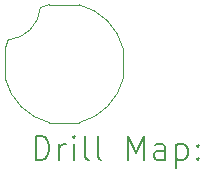
<source format=gbr>
%TF.GenerationSoftware,KiCad,Pcbnew,7.0.5-1.fc38*%
%TF.CreationDate,2023-07-07T14:28:51-04:00*%
%TF.ProjectId,bno085-i2c-board-v3-panel-base,626e6f30-3835-42d6-9932-632d626f6172,rev?*%
%TF.SameCoordinates,Original*%
%TF.FileFunction,Drillmap*%
%TF.FilePolarity,Positive*%
%FSLAX45Y45*%
G04 Gerber Fmt 4.5, Leading zero omitted, Abs format (unit mm)*
G04 Created by KiCad (PCBNEW 7.0.5-1.fc38) date 2023-07-07 14:28:51*
%MOMM*%
%LPD*%
G01*
G04 APERTURE LIST*
%ADD10C,0.050000*%
%ADD11C,0.200000*%
G04 APERTURE END LIST*
D10*
X8325457Y-6423918D02*
G75*
G03*
X8300000Y-6500000I474553J-201082D01*
G01*
X8300000Y-6750000D02*
X8300000Y-6500000D01*
X8675000Y-6125000D02*
G75*
G03*
X8598918Y-6150457I125000J-500010D01*
G01*
X8325457Y-6423918D02*
G75*
G03*
X8598918Y-6150457I-25457J298918D01*
G01*
X8925000Y-7125000D02*
G75*
G03*
X9300000Y-6750000I-125000J500000D01*
G01*
X8300000Y-6750000D02*
G75*
G03*
X8675000Y-7125000I500000J125000D01*
G01*
X8925000Y-6125000D02*
X8675000Y-6125000D01*
X8925000Y-7125000D02*
X8675000Y-7125000D01*
X9300000Y-6500000D02*
G75*
G03*
X8925000Y-6125000I-500000J-125000D01*
G01*
X9300000Y-6750000D02*
X9300000Y-6500000D01*
D11*
X8558277Y-7438984D02*
X8558277Y-7238984D01*
X8558277Y-7238984D02*
X8605896Y-7238984D01*
X8605896Y-7238984D02*
X8634467Y-7248508D01*
X8634467Y-7248508D02*
X8653515Y-7267555D01*
X8653515Y-7267555D02*
X8663039Y-7286603D01*
X8663039Y-7286603D02*
X8672563Y-7324698D01*
X8672563Y-7324698D02*
X8672563Y-7353269D01*
X8672563Y-7353269D02*
X8663039Y-7391365D01*
X8663039Y-7391365D02*
X8653515Y-7410412D01*
X8653515Y-7410412D02*
X8634467Y-7429460D01*
X8634467Y-7429460D02*
X8605896Y-7438984D01*
X8605896Y-7438984D02*
X8558277Y-7438984D01*
X8758277Y-7438984D02*
X8758277Y-7305650D01*
X8758277Y-7343746D02*
X8767801Y-7324698D01*
X8767801Y-7324698D02*
X8777324Y-7315174D01*
X8777324Y-7315174D02*
X8796372Y-7305650D01*
X8796372Y-7305650D02*
X8815420Y-7305650D01*
X8882086Y-7438984D02*
X8882086Y-7305650D01*
X8882086Y-7238984D02*
X8872563Y-7248508D01*
X8872563Y-7248508D02*
X8882086Y-7258031D01*
X8882086Y-7258031D02*
X8891610Y-7248508D01*
X8891610Y-7248508D02*
X8882086Y-7238984D01*
X8882086Y-7238984D02*
X8882086Y-7258031D01*
X9005896Y-7438984D02*
X8986848Y-7429460D01*
X8986848Y-7429460D02*
X8977324Y-7410412D01*
X8977324Y-7410412D02*
X8977324Y-7238984D01*
X9110658Y-7438984D02*
X9091610Y-7429460D01*
X9091610Y-7429460D02*
X9082086Y-7410412D01*
X9082086Y-7410412D02*
X9082086Y-7238984D01*
X9339229Y-7438984D02*
X9339229Y-7238984D01*
X9339229Y-7238984D02*
X9405896Y-7381841D01*
X9405896Y-7381841D02*
X9472563Y-7238984D01*
X9472563Y-7238984D02*
X9472563Y-7438984D01*
X9653515Y-7438984D02*
X9653515Y-7334222D01*
X9653515Y-7334222D02*
X9643991Y-7315174D01*
X9643991Y-7315174D02*
X9624944Y-7305650D01*
X9624944Y-7305650D02*
X9586848Y-7305650D01*
X9586848Y-7305650D02*
X9567801Y-7315174D01*
X9653515Y-7429460D02*
X9634467Y-7438984D01*
X9634467Y-7438984D02*
X9586848Y-7438984D01*
X9586848Y-7438984D02*
X9567801Y-7429460D01*
X9567801Y-7429460D02*
X9558277Y-7410412D01*
X9558277Y-7410412D02*
X9558277Y-7391365D01*
X9558277Y-7391365D02*
X9567801Y-7372317D01*
X9567801Y-7372317D02*
X9586848Y-7362793D01*
X9586848Y-7362793D02*
X9634467Y-7362793D01*
X9634467Y-7362793D02*
X9653515Y-7353269D01*
X9748753Y-7305650D02*
X9748753Y-7505650D01*
X9748753Y-7315174D02*
X9767801Y-7305650D01*
X9767801Y-7305650D02*
X9805896Y-7305650D01*
X9805896Y-7305650D02*
X9824944Y-7315174D01*
X9824944Y-7315174D02*
X9834467Y-7324698D01*
X9834467Y-7324698D02*
X9843991Y-7343746D01*
X9843991Y-7343746D02*
X9843991Y-7400888D01*
X9843991Y-7400888D02*
X9834467Y-7419936D01*
X9834467Y-7419936D02*
X9824944Y-7429460D01*
X9824944Y-7429460D02*
X9805896Y-7438984D01*
X9805896Y-7438984D02*
X9767801Y-7438984D01*
X9767801Y-7438984D02*
X9748753Y-7429460D01*
X9929705Y-7419936D02*
X9939229Y-7429460D01*
X9939229Y-7429460D02*
X9929705Y-7438984D01*
X9929705Y-7438984D02*
X9920182Y-7429460D01*
X9920182Y-7429460D02*
X9929705Y-7419936D01*
X9929705Y-7419936D02*
X9929705Y-7438984D01*
X9929705Y-7315174D02*
X9939229Y-7324698D01*
X9939229Y-7324698D02*
X9929705Y-7334222D01*
X9929705Y-7334222D02*
X9920182Y-7324698D01*
X9920182Y-7324698D02*
X9929705Y-7315174D01*
X9929705Y-7315174D02*
X9929705Y-7334222D01*
M02*

</source>
